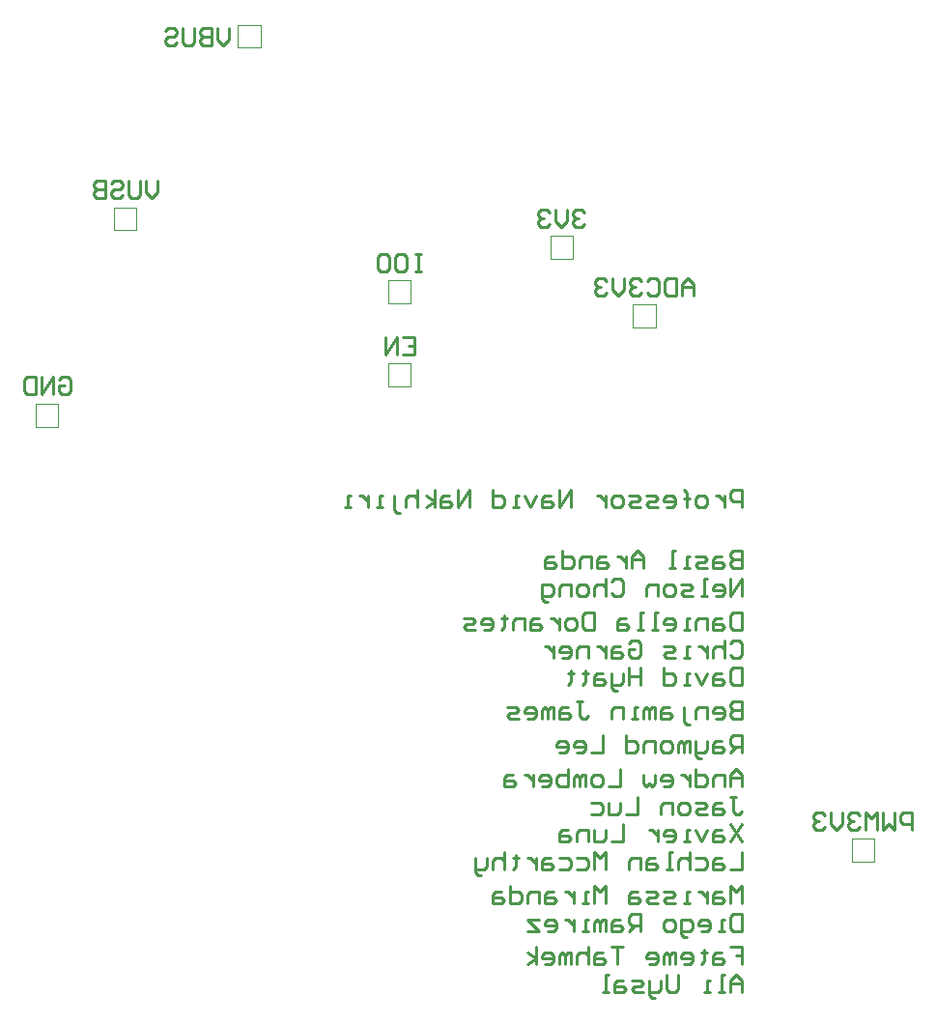
<source format=gbr>
%TF.GenerationSoftware,Altium Limited,Altium Designer,24.0.1 (36)*%
G04 Layer_Color=32896*
%FSLAX45Y45*%
%MOMM*%
%TF.SameCoordinates,35AB2F61-03EE-4C9E-862A-60B4A91D9B88*%
%TF.FilePolarity,Positive*%
%TF.FileFunction,Legend,Bot*%
%TF.Part,Single*%
G01*
G75*
%TA.AperFunction,NonConductor*%
%ADD52C,0.10000*%
%ADD55C,0.25400*%
D52*
X3712500Y6290000D02*
X3812500D01*
X3712500D02*
Y6490000D01*
X3912500D01*
Y6290000D02*
Y6490000D01*
X3812500Y6290000D02*
X3912500D01*
Y7017500D02*
Y7117500D01*
X3712500Y7017500D02*
X3912500D01*
X3712500D02*
Y7217500D01*
X3912500D01*
Y7117500D02*
Y7217500D01*
X1507500Y7757500D02*
Y7857500D01*
X1307500D02*
X1507500D01*
X1307500Y7657500D02*
Y7857500D01*
Y7657500D02*
X1507500D01*
Y7757500D01*
X2596820Y9357500D02*
Y9457500D01*
X2396820D02*
X2596820D01*
X2396820Y9257500D02*
Y9457500D01*
Y9257500D02*
X2596820D01*
Y9357500D01*
X7975000Y2225000D02*
Y2325000D01*
X7775000D02*
X7975000D01*
X7775000Y2125000D02*
Y2325000D01*
Y2125000D02*
X7975000D01*
Y2225000D01*
X821360Y6037580D02*
Y6137580D01*
X621360D02*
X821360D01*
X621360Y5937580D02*
Y6137580D01*
Y5937580D02*
X821360D01*
Y6037580D01*
X6057500Y6905000D02*
Y7005000D01*
X5857500D02*
X6057500D01*
X5857500Y6805000D02*
Y7005000D01*
Y6805000D02*
X6057500D01*
Y6905000D01*
X5332500Y7507500D02*
Y7607500D01*
X5132500D02*
X5332500D01*
X5132500Y7407500D02*
Y7607500D01*
Y7407500D02*
X5332500D01*
Y7507500D01*
D55*
X6812100Y5234749D02*
Y5387100D01*
X6735925D01*
X6710533Y5361708D01*
Y5310925D01*
X6735925Y5285533D01*
X6812100D01*
X6659749Y5336316D02*
Y5234749D01*
Y5285533D01*
X6634357Y5310925D01*
X6608966Y5336316D01*
X6583574D01*
X6482007Y5234749D02*
X6431223D01*
X6405831Y5260141D01*
Y5310925D01*
X6431223Y5336316D01*
X6482007D01*
X6507398Y5310925D01*
Y5260141D01*
X6482007Y5234749D01*
X6329656D02*
Y5361708D01*
Y5310925D01*
X6355048D01*
X6304264D01*
X6329656D01*
Y5361708D01*
X6304264Y5387100D01*
X6151914Y5234749D02*
X6202697D01*
X6228089Y5260141D01*
Y5310925D01*
X6202697Y5336316D01*
X6151914D01*
X6126522Y5310925D01*
Y5285533D01*
X6228089D01*
X6075738Y5234749D02*
X5999563D01*
X5974171Y5260141D01*
X5999563Y5285533D01*
X6050346D01*
X6075738Y5310925D01*
X6050346Y5336316D01*
X5974171D01*
X5923387Y5234749D02*
X5847212D01*
X5821820Y5260141D01*
X5847212Y5285533D01*
X5897996D01*
X5923387Y5310925D01*
X5897996Y5336316D01*
X5821820D01*
X5745645Y5234749D02*
X5694861D01*
X5669469Y5260141D01*
Y5310925D01*
X5694861Y5336316D01*
X5745645D01*
X5771037Y5310925D01*
Y5260141D01*
X5745645Y5234749D01*
X5618686Y5336316D02*
Y5234749D01*
Y5285533D01*
X5593294Y5310925D01*
X5567903Y5336316D01*
X5542511D01*
X5313985Y5234749D02*
Y5387100D01*
X5212417Y5234749D01*
Y5387100D01*
X5136242Y5336316D02*
X5085458D01*
X5060067Y5310925D01*
Y5234749D01*
X5136242D01*
X5161634Y5260141D01*
X5136242Y5285533D01*
X5060067D01*
X5009283Y5336316D02*
X4958500Y5234749D01*
X4907716Y5336316D01*
X4856932Y5234749D02*
X4806149D01*
X4831541D01*
Y5336316D01*
X4856932D01*
X4628406Y5387100D02*
Y5234749D01*
X4704582D01*
X4729974Y5260141D01*
Y5310925D01*
X4704582Y5336316D01*
X4628406D01*
X4425272Y5234749D02*
Y5387100D01*
X4323705Y5234749D01*
Y5387100D01*
X4247529Y5336316D02*
X4196746D01*
X4171354Y5310925D01*
Y5234749D01*
X4247529D01*
X4272921Y5260141D01*
X4247529Y5285533D01*
X4171354D01*
X4120571Y5234749D02*
Y5387100D01*
Y5285533D02*
X4044395Y5336316D01*
X4120571Y5285533D02*
X4044395Y5234749D01*
X3968220Y5387100D02*
Y5234749D01*
Y5310925D01*
X3942828Y5336316D01*
X3892045D01*
X3866653Y5310925D01*
Y5234749D01*
X3815869Y5183966D02*
X3790477D01*
X3765086Y5209357D01*
Y5336316D01*
X3663518Y5234749D02*
X3612735D01*
X3638127D01*
Y5336316D01*
X3663518D01*
X3536560D02*
Y5234749D01*
Y5285533D01*
X3511168Y5310925D01*
X3485776Y5336316D01*
X3460384D01*
X3384209Y5234749D02*
X3333425D01*
X3358817D01*
Y5336316D01*
X3384209D01*
X6812100Y4848755D02*
Y4696404D01*
X6735925D01*
X6710533Y4721796D01*
Y4747188D01*
X6735925Y4772579D01*
X6812100D01*
X6735925D01*
X6710533Y4797971D01*
Y4823363D01*
X6735925Y4848755D01*
X6812100D01*
X6634357Y4797971D02*
X6583574D01*
X6558182Y4772579D01*
Y4696404D01*
X6634357D01*
X6659749Y4721796D01*
X6634357Y4747188D01*
X6558182D01*
X6507398Y4696404D02*
X6431223D01*
X6405831Y4721796D01*
X6431223Y4747188D01*
X6482007D01*
X6507398Y4772579D01*
X6482007Y4797971D01*
X6405831D01*
X6355048Y4696404D02*
X6304264D01*
X6329656D01*
Y4797971D01*
X6355048D01*
X6228089Y4696404D02*
X6177305D01*
X6202697D01*
Y4848755D01*
X6228089D01*
X5948779Y4696404D02*
Y4797971D01*
X5897996Y4848755D01*
X5847212Y4797971D01*
Y4696404D01*
Y4772579D01*
X5948779D01*
X5796429Y4797971D02*
Y4696404D01*
Y4747188D01*
X5771037Y4772579D01*
X5745645Y4797971D01*
X5720253D01*
X5618686D02*
X5567903D01*
X5542511Y4772579D01*
Y4696404D01*
X5618686D01*
X5644078Y4721796D01*
X5618686Y4747188D01*
X5542511D01*
X5491727Y4696404D02*
Y4797971D01*
X5415552D01*
X5390160Y4772579D01*
Y4696404D01*
X5237809Y4848755D02*
Y4696404D01*
X5313985D01*
X5339376Y4721796D01*
Y4772579D01*
X5313985Y4797971D01*
X5237809D01*
X5161634D02*
X5110850D01*
X5085458Y4772579D01*
Y4696404D01*
X5161634D01*
X5187026Y4721796D01*
X5161634Y4747188D01*
X5085458D01*
X6812100Y4452623D02*
Y4604974D01*
X6710533Y4452623D01*
Y4604974D01*
X6583574Y4452623D02*
X6634357D01*
X6659749Y4478015D01*
Y4528799D01*
X6634357Y4554191D01*
X6583574D01*
X6558182Y4528799D01*
Y4503407D01*
X6659749D01*
X6507398Y4452623D02*
X6456615D01*
X6482007D01*
Y4604974D01*
X6507398D01*
X6380440Y4452623D02*
X6304264D01*
X6278872Y4478015D01*
X6304264Y4503407D01*
X6355048D01*
X6380440Y4528799D01*
X6355048Y4554191D01*
X6278872D01*
X6202697Y4452623D02*
X6151914D01*
X6126522Y4478015D01*
Y4528799D01*
X6151914Y4554191D01*
X6202697D01*
X6228089Y4528799D01*
Y4478015D01*
X6202697Y4452623D01*
X6075738D02*
Y4554191D01*
X5999563D01*
X5974171Y4528799D01*
Y4452623D01*
X5669469Y4579582D02*
X5694861Y4604974D01*
X5745645D01*
X5771037Y4579582D01*
Y4478015D01*
X5745645Y4452623D01*
X5694861D01*
X5669469Y4478015D01*
X5618686Y4604974D02*
Y4452623D01*
Y4528799D01*
X5593294Y4554191D01*
X5542511D01*
X5517119Y4528799D01*
Y4452623D01*
X5440943D02*
X5390160D01*
X5364768Y4478015D01*
Y4528799D01*
X5390160Y4554191D01*
X5440943D01*
X5466335Y4528799D01*
Y4478015D01*
X5440943Y4452623D01*
X5313985D02*
Y4554191D01*
X5237809D01*
X5212417Y4528799D01*
Y4452623D01*
X5110850Y4401840D02*
X5085458D01*
X5060067Y4427231D01*
Y4554191D01*
X5136242D01*
X5161634Y4528799D01*
Y4478015D01*
X5136242Y4452623D01*
X5060067D01*
X6812100Y4310410D02*
Y4158059D01*
X6735925D01*
X6710533Y4183451D01*
Y4285018D01*
X6735925Y4310410D01*
X6812100D01*
X6634357Y4259626D02*
X6583574D01*
X6558182Y4234234D01*
Y4158059D01*
X6634357D01*
X6659749Y4183451D01*
X6634357Y4208842D01*
X6558182D01*
X6507398Y4158059D02*
Y4259626D01*
X6431223D01*
X6405831Y4234234D01*
Y4158059D01*
X6355048D02*
X6304264D01*
X6329656D01*
Y4259626D01*
X6355048D01*
X6151914Y4158059D02*
X6202697D01*
X6228089Y4183451D01*
Y4234234D01*
X6202697Y4259626D01*
X6151914D01*
X6126522Y4234234D01*
Y4208842D01*
X6228089D01*
X6075738Y4158059D02*
X6024955D01*
X6050346D01*
Y4310410D01*
X6075738D01*
X5948779Y4158059D02*
X5897996D01*
X5923387D01*
Y4310410D01*
X5948779D01*
X5796429Y4259626D02*
X5745645D01*
X5720253Y4234234D01*
Y4158059D01*
X5796429D01*
X5821820Y4183451D01*
X5796429Y4208842D01*
X5720253D01*
X5517119Y4310410D02*
Y4158059D01*
X5440944D01*
X5415552Y4183451D01*
Y4285018D01*
X5440944Y4310410D01*
X5517119D01*
X5339376Y4158059D02*
X5288593D01*
X5263201Y4183451D01*
Y4234234D01*
X5288593Y4259626D01*
X5339376D01*
X5364768Y4234234D01*
Y4183451D01*
X5339376Y4158059D01*
X5212418Y4259626D02*
Y4158059D01*
Y4208842D01*
X5187026Y4234234D01*
X5161634Y4259626D01*
X5136242D01*
X5034675D02*
X4983891D01*
X4958500Y4234234D01*
Y4158059D01*
X5034675D01*
X5060067Y4183451D01*
X5034675Y4208842D01*
X4958500D01*
X4907716Y4158059D02*
Y4259626D01*
X4831541D01*
X4806149Y4234234D01*
Y4158059D01*
X4729974Y4285018D02*
Y4259626D01*
X4755365D01*
X4704582D01*
X4729974D01*
Y4183451D01*
X4704582Y4158059D01*
X4552231D02*
X4603015D01*
X4628407Y4183451D01*
Y4234234D01*
X4603015Y4259626D01*
X4552231D01*
X4526839Y4234234D01*
Y4208842D01*
X4628407D01*
X4476056Y4158059D02*
X4399880D01*
X4374489Y4183451D01*
X4399880Y4208842D01*
X4450664D01*
X4476056Y4234234D01*
X4450664Y4259626D01*
X4374489D01*
X6710533Y4041237D02*
X6735925Y4066629D01*
X6786708D01*
X6812100Y4041237D01*
Y3939670D01*
X6786708Y3914278D01*
X6735925D01*
X6710533Y3939670D01*
X6659749Y4066629D02*
Y3914278D01*
Y3990454D01*
X6634357Y4015845D01*
X6583574D01*
X6558182Y3990454D01*
Y3914278D01*
X6507398Y4015845D02*
Y3914278D01*
Y3965062D01*
X6482007Y3990454D01*
X6456615Y4015845D01*
X6431223D01*
X6355048Y3914278D02*
X6304264D01*
X6329656D01*
Y4015845D01*
X6355048D01*
X6228089Y3914278D02*
X6151914D01*
X6126522Y3939670D01*
X6151914Y3965062D01*
X6202697D01*
X6228089Y3990454D01*
X6202697Y4015845D01*
X6126522D01*
X5821820Y4041237D02*
X5847212Y4066629D01*
X5897996D01*
X5923387Y4041237D01*
Y3939670D01*
X5897996Y3914278D01*
X5847212D01*
X5821820Y3939670D01*
Y3990454D01*
X5872604D01*
X5745645Y4015845D02*
X5694861D01*
X5669469Y3990454D01*
Y3914278D01*
X5745645D01*
X5771037Y3939670D01*
X5745645Y3965062D01*
X5669469D01*
X5618686Y4015845D02*
Y3914278D01*
Y3965062D01*
X5593294Y3990454D01*
X5567903Y4015845D01*
X5542511D01*
X5466335Y3914278D02*
Y4015845D01*
X5390160D01*
X5364768Y3990454D01*
Y3914278D01*
X5237809D02*
X5288593D01*
X5313985Y3939670D01*
Y3990454D01*
X5288593Y4015845D01*
X5237809D01*
X5212417Y3990454D01*
Y3965062D01*
X5313985D01*
X5161634Y4015845D02*
Y3914278D01*
Y3965062D01*
X5136242Y3990454D01*
X5110850Y4015845D01*
X5085458D01*
X6812100Y3822848D02*
Y3670497D01*
X6735925D01*
X6710533Y3695889D01*
Y3797456D01*
X6735925Y3822848D01*
X6812100D01*
X6634357Y3772065D02*
X6583574D01*
X6558182Y3746673D01*
Y3670497D01*
X6634357D01*
X6659749Y3695889D01*
X6634357Y3721281D01*
X6558182D01*
X6507398Y3772065D02*
X6456615Y3670497D01*
X6405831Y3772065D01*
X6355048Y3670497D02*
X6304264D01*
X6329656D01*
Y3772065D01*
X6355048D01*
X6126522Y3822848D02*
Y3670497D01*
X6202697D01*
X6228089Y3695889D01*
Y3746673D01*
X6202697Y3772065D01*
X6126522D01*
X5923387Y3822848D02*
Y3670497D01*
Y3746673D01*
X5821820D01*
Y3822848D01*
Y3670497D01*
X5771037Y3772065D02*
Y3695889D01*
X5745645Y3670497D01*
X5669469D01*
Y3645105D01*
X5694861Y3619714D01*
X5720253D01*
X5669469Y3670497D02*
Y3772065D01*
X5593294D02*
X5542511D01*
X5517119Y3746673D01*
Y3670497D01*
X5593294D01*
X5618686Y3695889D01*
X5593294Y3721281D01*
X5517119D01*
X5440943Y3797456D02*
Y3772065D01*
X5466335D01*
X5415552D01*
X5440943D01*
Y3695889D01*
X5415552Y3670497D01*
X5313985Y3797456D02*
Y3772065D01*
X5339376D01*
X5288593D01*
X5313985D01*
Y3695889D01*
X5288593Y3670497D01*
X6812100Y3528284D02*
Y3375933D01*
X6735925D01*
X6710533Y3401325D01*
Y3426717D01*
X6735925Y3452108D01*
X6812100D01*
X6735925D01*
X6710533Y3477500D01*
Y3502892D01*
X6735925Y3528284D01*
X6812100D01*
X6583574Y3375933D02*
X6634357D01*
X6659749Y3401325D01*
Y3452108D01*
X6634357Y3477500D01*
X6583574D01*
X6558182Y3452108D01*
Y3426717D01*
X6659749D01*
X6507398Y3375933D02*
Y3477500D01*
X6431223D01*
X6405831Y3452108D01*
Y3375933D01*
X6355048Y3325150D02*
X6329656D01*
X6304264Y3350541D01*
Y3477500D01*
X6177305D02*
X6126522D01*
X6101130Y3452108D01*
Y3375933D01*
X6177305D01*
X6202697Y3401325D01*
X6177305Y3426717D01*
X6101130D01*
X6050346Y3375933D02*
Y3477500D01*
X6024954D01*
X5999563Y3452108D01*
Y3375933D01*
Y3452108D01*
X5974171Y3477500D01*
X5948779Y3452108D01*
Y3375933D01*
X5897996D02*
X5847212D01*
X5872604D01*
Y3477500D01*
X5897996D01*
X5771037Y3375933D02*
Y3477500D01*
X5694861D01*
X5669469Y3452108D01*
Y3375933D01*
X5364768Y3528284D02*
X5415552D01*
X5390160D01*
Y3401325D01*
X5415552Y3375933D01*
X5440943D01*
X5466335Y3401325D01*
X5288593Y3477500D02*
X5237809D01*
X5212417Y3452108D01*
Y3375933D01*
X5288593D01*
X5313985Y3401325D01*
X5288593Y3426717D01*
X5212417D01*
X5161634Y3375933D02*
Y3477500D01*
X5136242D01*
X5110850Y3452108D01*
Y3375933D01*
Y3452108D01*
X5085458Y3477500D01*
X5060067Y3452108D01*
Y3375933D01*
X4933108D02*
X4983891D01*
X5009283Y3401325D01*
Y3452108D01*
X4983891Y3477500D01*
X4933108D01*
X4907716Y3452108D01*
Y3426717D01*
X5009283D01*
X4856932Y3375933D02*
X4780757D01*
X4755365Y3401325D01*
X4780757Y3426717D01*
X4831541D01*
X4856932Y3452108D01*
X4831541Y3477500D01*
X4755365D01*
X6812100Y3081369D02*
Y3233719D01*
X6735925D01*
X6710533Y3208328D01*
Y3157544D01*
X6735925Y3132152D01*
X6812100D01*
X6761316D02*
X6710533Y3081369D01*
X6634357Y3182936D02*
X6583574D01*
X6558182Y3157544D01*
Y3081369D01*
X6634357D01*
X6659749Y3106761D01*
X6634357Y3132152D01*
X6558182D01*
X6507398Y3182936D02*
Y3106761D01*
X6482007Y3081369D01*
X6405831D01*
Y3055977D01*
X6431223Y3030585D01*
X6456615D01*
X6405831Y3081369D02*
Y3182936D01*
X6355048Y3081369D02*
Y3182936D01*
X6329656D01*
X6304264Y3157544D01*
Y3081369D01*
Y3157544D01*
X6278872Y3182936D01*
X6253481Y3157544D01*
Y3081369D01*
X6177305D02*
X6126522D01*
X6101130Y3106761D01*
Y3157544D01*
X6126522Y3182936D01*
X6177305D01*
X6202697Y3157544D01*
Y3106761D01*
X6177305Y3081369D01*
X6050346D02*
Y3182936D01*
X5974171D01*
X5948779Y3157544D01*
Y3081369D01*
X5796428Y3233719D02*
Y3081369D01*
X5872604D01*
X5897996Y3106761D01*
Y3157544D01*
X5872604Y3182936D01*
X5796428D01*
X5593294Y3233719D02*
Y3081369D01*
X5491727D01*
X5364768D02*
X5415552D01*
X5440943Y3106761D01*
Y3157544D01*
X5415552Y3182936D01*
X5364768D01*
X5339376Y3157544D01*
Y3132152D01*
X5440943D01*
X5212417Y3081369D02*
X5263201D01*
X5288593Y3106761D01*
Y3157544D01*
X5263201Y3182936D01*
X5212417D01*
X5187025Y3157544D01*
Y3132152D01*
X5288593D01*
X6812100Y2786804D02*
Y2888372D01*
X6761316Y2939155D01*
X6710533Y2888372D01*
Y2786804D01*
Y2862980D01*
X6812100D01*
X6659749Y2786804D02*
Y2888372D01*
X6583574D01*
X6558182Y2862980D01*
Y2786804D01*
X6405831Y2939155D02*
Y2786804D01*
X6482007D01*
X6507398Y2812196D01*
Y2862980D01*
X6482007Y2888372D01*
X6405831D01*
X6355048D02*
Y2786804D01*
Y2837588D01*
X6329656Y2862980D01*
X6304264Y2888372D01*
X6278872D01*
X6126522Y2786804D02*
X6177305D01*
X6202697Y2812196D01*
Y2862980D01*
X6177305Y2888372D01*
X6126522D01*
X6101130Y2862980D01*
Y2837588D01*
X6202697D01*
X6050346Y2888372D02*
Y2812196D01*
X6024954Y2786804D01*
X5999563Y2812196D01*
X5974171Y2786804D01*
X5948779Y2812196D01*
Y2888372D01*
X5745645Y2939155D02*
Y2786804D01*
X5644078D01*
X5567902D02*
X5517119D01*
X5491727Y2812196D01*
Y2862980D01*
X5517119Y2888372D01*
X5567902D01*
X5593294Y2862980D01*
Y2812196D01*
X5567902Y2786804D01*
X5440943D02*
Y2888372D01*
X5415552D01*
X5390160Y2862980D01*
Y2786804D01*
Y2862980D01*
X5364768Y2888372D01*
X5339376Y2862980D01*
Y2786804D01*
X5288593Y2939155D02*
Y2786804D01*
X5212417D01*
X5187025Y2812196D01*
Y2837588D01*
Y2862980D01*
X5212417Y2888372D01*
X5288593D01*
X5060067Y2786804D02*
X5110850D01*
X5136242Y2812196D01*
Y2862980D01*
X5110850Y2888372D01*
X5060067D01*
X5034675Y2862980D01*
Y2837588D01*
X5136242D01*
X4983891Y2888372D02*
Y2786804D01*
Y2837588D01*
X4958499Y2862980D01*
X4933108Y2888372D01*
X4907716D01*
X4806149D02*
X4755365D01*
X4729973Y2862980D01*
Y2786804D01*
X4806149D01*
X4831541Y2812196D01*
X4806149Y2837588D01*
X4729973D01*
X6710533Y2695374D02*
X6761316D01*
X6735925D01*
Y2568415D01*
X6761316Y2543024D01*
X6786708D01*
X6812100Y2568415D01*
X6634357Y2644591D02*
X6583574D01*
X6558182Y2619199D01*
Y2543024D01*
X6634357D01*
X6659749Y2568415D01*
X6634357Y2593807D01*
X6558182D01*
X6507398Y2543024D02*
X6431223D01*
X6405831Y2568415D01*
X6431223Y2593807D01*
X6482007D01*
X6507398Y2619199D01*
X6482007Y2644591D01*
X6405831D01*
X6329656Y2543024D02*
X6278872D01*
X6253481Y2568415D01*
Y2619199D01*
X6278872Y2644591D01*
X6329656D01*
X6355048Y2619199D01*
Y2568415D01*
X6329656Y2543024D01*
X6202697D02*
Y2644591D01*
X6126522D01*
X6101130Y2619199D01*
Y2543024D01*
X5897996Y2695374D02*
Y2543024D01*
X5796428D01*
X5745645Y2644591D02*
Y2568415D01*
X5720253Y2543024D01*
X5644078D01*
Y2644591D01*
X5491727D02*
X5567902D01*
X5593294Y2619199D01*
Y2568415D01*
X5567902Y2543024D01*
X5491727D01*
X6812100Y2451594D02*
X6710533Y2299243D01*
Y2451594D02*
X6812100Y2299243D01*
X6634357Y2400810D02*
X6583574D01*
X6558182Y2375418D01*
Y2299243D01*
X6634357D01*
X6659749Y2324635D01*
X6634357Y2350026D01*
X6558182D01*
X6507398Y2400810D02*
X6456615Y2299243D01*
X6405831Y2400810D01*
X6355048Y2299243D02*
X6304264D01*
X6329656D01*
Y2400810D01*
X6355048D01*
X6151914Y2299243D02*
X6202697D01*
X6228089Y2324635D01*
Y2375418D01*
X6202697Y2400810D01*
X6151914D01*
X6126522Y2375418D01*
Y2350026D01*
X6228089D01*
X6075738Y2400810D02*
Y2299243D01*
Y2350026D01*
X6050346Y2375418D01*
X6024955Y2400810D01*
X5999563D01*
X5771037Y2451594D02*
Y2299243D01*
X5669469D01*
X5618686Y2400810D02*
Y2324635D01*
X5593294Y2299243D01*
X5517119D01*
Y2400810D01*
X5466335Y2299243D02*
Y2400810D01*
X5390160D01*
X5364768Y2375418D01*
Y2299243D01*
X5288593Y2400810D02*
X5237809D01*
X5212417Y2375418D01*
Y2299243D01*
X5288593D01*
X5313985Y2324635D01*
X5288593Y2350026D01*
X5212417D01*
X6812100Y2207813D02*
Y2055462D01*
X6710533D01*
X6634357Y2157029D02*
X6583574D01*
X6558182Y2131637D01*
Y2055462D01*
X6634357D01*
X6659749Y2080854D01*
X6634357Y2106245D01*
X6558182D01*
X6405831Y2157029D02*
X6482007D01*
X6507398Y2131637D01*
Y2080854D01*
X6482007Y2055462D01*
X6405831D01*
X6355048Y2207813D02*
Y2055462D01*
Y2131637D01*
X6329656Y2157029D01*
X6278872D01*
X6253481Y2131637D01*
Y2055462D01*
X6202697D02*
X6151914D01*
X6177305D01*
Y2207813D01*
X6202697D01*
X6050346Y2157029D02*
X5999563D01*
X5974171Y2131637D01*
Y2055462D01*
X6050346D01*
X6075738Y2080854D01*
X6050346Y2106245D01*
X5974171D01*
X5923387Y2055462D02*
Y2157029D01*
X5847212D01*
X5821820Y2131637D01*
Y2055462D01*
X5618686D02*
Y2207813D01*
X5567903Y2157029D01*
X5517119Y2207813D01*
Y2055462D01*
X5364768Y2157029D02*
X5440943D01*
X5466335Y2131637D01*
Y2080854D01*
X5440943Y2055462D01*
X5364768D01*
X5212417Y2157029D02*
X5288593D01*
X5313985Y2131637D01*
Y2080854D01*
X5288593Y2055462D01*
X5212417D01*
X5136242Y2157029D02*
X5085458D01*
X5060067Y2131637D01*
Y2055462D01*
X5136242D01*
X5161634Y2080854D01*
X5136242Y2106245D01*
X5060067D01*
X5009283Y2157029D02*
Y2055462D01*
Y2106245D01*
X4983891Y2131637D01*
X4958500Y2157029D01*
X4933108D01*
X4831541Y2182421D02*
Y2157029D01*
X4856932D01*
X4806149D01*
X4831541D01*
Y2080854D01*
X4806149Y2055462D01*
X4729974Y2207813D02*
Y2055462D01*
Y2131637D01*
X4704582Y2157029D01*
X4653798D01*
X4628406Y2131637D01*
Y2055462D01*
X4577623Y2157029D02*
Y2080854D01*
X4552231Y2055462D01*
X4476056D01*
Y2030070D01*
X4501447Y2004678D01*
X4526839D01*
X4476056Y2055462D02*
Y2157029D01*
X6812100Y1760898D02*
Y1913248D01*
X6761316Y1862465D01*
X6710533Y1913248D01*
Y1760898D01*
X6634357Y1862465D02*
X6583574D01*
X6558182Y1837073D01*
Y1760898D01*
X6634357D01*
X6659749Y1786290D01*
X6634357Y1811681D01*
X6558182D01*
X6507398Y1862465D02*
Y1760898D01*
Y1811681D01*
X6482007Y1837073D01*
X6456615Y1862465D01*
X6431223D01*
X6355048Y1760898D02*
X6304264D01*
X6329656D01*
Y1862465D01*
X6355048D01*
X6228089Y1760898D02*
X6151914D01*
X6126522Y1786290D01*
X6151914Y1811681D01*
X6202697D01*
X6228089Y1837073D01*
X6202697Y1862465D01*
X6126522D01*
X6075738Y1760898D02*
X5999563D01*
X5974171Y1786290D01*
X5999563Y1811681D01*
X6050346D01*
X6075738Y1837073D01*
X6050346Y1862465D01*
X5974171D01*
X5897996D02*
X5847212D01*
X5821820Y1837073D01*
Y1760898D01*
X5897996D01*
X5923387Y1786290D01*
X5897996Y1811681D01*
X5821820D01*
X5618686Y1760898D02*
Y1913248D01*
X5567903Y1862465D01*
X5517119Y1913248D01*
Y1760898D01*
X5466335D02*
X5415552D01*
X5440943D01*
Y1862465D01*
X5466335D01*
X5339376D02*
Y1760898D01*
Y1811681D01*
X5313985Y1837073D01*
X5288593Y1862465D01*
X5263201D01*
X5161634D02*
X5110850D01*
X5085458Y1837073D01*
Y1760898D01*
X5161634D01*
X5187026Y1786290D01*
X5161634Y1811681D01*
X5085458D01*
X5034675Y1760898D02*
Y1862465D01*
X4958500D01*
X4933108Y1837073D01*
Y1760898D01*
X4780757Y1913248D02*
Y1760898D01*
X4856932D01*
X4882324Y1786290D01*
Y1837073D01*
X4856932Y1862465D01*
X4780757D01*
X4704582D02*
X4653798D01*
X4628406Y1837073D01*
Y1760898D01*
X4704582D01*
X4729974Y1786290D01*
X4704582Y1811681D01*
X4628406D01*
X6812100Y1669468D02*
Y1517117D01*
X6735925D01*
X6710533Y1542509D01*
Y1644076D01*
X6735925Y1669468D01*
X6812100D01*
X6659749Y1517117D02*
X6608966D01*
X6634357D01*
Y1618684D01*
X6659749D01*
X6456615Y1517117D02*
X6507398D01*
X6532790Y1542509D01*
Y1593292D01*
X6507398Y1618684D01*
X6456615D01*
X6431223Y1593292D01*
Y1567900D01*
X6532790D01*
X6329656Y1466333D02*
X6304264D01*
X6278872Y1491725D01*
Y1618684D01*
X6355048D01*
X6380440Y1593292D01*
Y1542509D01*
X6355048Y1517117D01*
X6278872D01*
X6202697D02*
X6151914D01*
X6126522Y1542509D01*
Y1593292D01*
X6151914Y1618684D01*
X6202697D01*
X6228089Y1593292D01*
Y1542509D01*
X6202697Y1517117D01*
X5923387D02*
Y1669468D01*
X5847212D01*
X5821820Y1644076D01*
Y1593292D01*
X5847212Y1567900D01*
X5923387D01*
X5872604D02*
X5821820Y1517117D01*
X5745645Y1618684D02*
X5694861D01*
X5669469Y1593292D01*
Y1517117D01*
X5745645D01*
X5771037Y1542509D01*
X5745645Y1567900D01*
X5669469D01*
X5618686Y1517117D02*
Y1618684D01*
X5593294D01*
X5567903Y1593292D01*
Y1517117D01*
Y1593292D01*
X5542511Y1618684D01*
X5517119Y1593292D01*
Y1517117D01*
X5466335D02*
X5415552D01*
X5440943D01*
Y1618684D01*
X5466335D01*
X5339376D02*
Y1517117D01*
Y1567900D01*
X5313985Y1593292D01*
X5288593Y1618684D01*
X5263201D01*
X5110850Y1517117D02*
X5161634D01*
X5187026Y1542509D01*
Y1593292D01*
X5161634Y1618684D01*
X5110850D01*
X5085458Y1593292D01*
Y1567900D01*
X5187026D01*
X5034675Y1618684D02*
X4933108D01*
X5034675Y1517117D01*
X4933108D01*
X6710533Y1374903D02*
X6812100D01*
Y1298728D01*
X6761316D01*
X6812100D01*
Y1222553D01*
X6634357Y1324120D02*
X6583574D01*
X6558182Y1298728D01*
Y1222553D01*
X6634357D01*
X6659749Y1247944D01*
X6634357Y1273336D01*
X6558182D01*
X6482007Y1349511D02*
Y1324120D01*
X6507398D01*
X6456615D01*
X6482007D01*
Y1247944D01*
X6456615Y1222553D01*
X6304264D02*
X6355048D01*
X6380440Y1247944D01*
Y1298728D01*
X6355048Y1324120D01*
X6304264D01*
X6278872Y1298728D01*
Y1273336D01*
X6380440D01*
X6228089Y1222553D02*
Y1324120D01*
X6202697D01*
X6177305Y1298728D01*
Y1222553D01*
Y1298728D01*
X6151914Y1324120D01*
X6126522Y1298728D01*
Y1222553D01*
X5999563D02*
X6050346D01*
X6075738Y1247944D01*
Y1298728D01*
X6050346Y1324120D01*
X5999563D01*
X5974171Y1298728D01*
Y1273336D01*
X6075738D01*
X5771037Y1374903D02*
X5669469D01*
X5720253D01*
Y1222553D01*
X5593294Y1324120D02*
X5542511D01*
X5517119Y1298728D01*
Y1222553D01*
X5593294D01*
X5618686Y1247944D01*
X5593294Y1273336D01*
X5517119D01*
X5466335Y1374903D02*
Y1222553D01*
Y1298728D01*
X5440943Y1324120D01*
X5390160D01*
X5364768Y1298728D01*
Y1222553D01*
X5313985D02*
Y1324120D01*
X5288593D01*
X5263201Y1298728D01*
Y1222553D01*
Y1298728D01*
X5237809Y1324120D01*
X5212417Y1298728D01*
Y1222553D01*
X5085458D02*
X5136242D01*
X5161634Y1247944D01*
Y1298728D01*
X5136242Y1324120D01*
X5085458D01*
X5060067Y1298728D01*
Y1273336D01*
X5161634D01*
X5009283Y1222553D02*
Y1374903D01*
Y1273336D02*
X4933108Y1324120D01*
X5009283Y1273336D02*
X4933108Y1222553D01*
X6812100Y978772D02*
Y1080339D01*
X6761316Y1131122D01*
X6710533Y1080339D01*
Y978772D01*
Y1054947D01*
X6812100D01*
X6659749Y978772D02*
X6608966D01*
X6634357D01*
Y1131122D01*
X6659749D01*
X6532790Y978772D02*
X6482007D01*
X6507398D01*
Y1080339D01*
X6532790D01*
X6253481Y1131122D02*
Y1004164D01*
X6228089Y978772D01*
X6177305D01*
X6151914Y1004164D01*
Y1131122D01*
X6101130Y1080339D02*
Y1004164D01*
X6075738Y978772D01*
X5999563D01*
Y953380D01*
X6024955Y927988D01*
X6050347D01*
X5999563Y978772D02*
Y1080339D01*
X5948779Y978772D02*
X5872604D01*
X5847212Y1004164D01*
X5872604Y1029555D01*
X5923387D01*
X5948779Y1054947D01*
X5923387Y1080339D01*
X5847212D01*
X5771037D02*
X5720253D01*
X5694861Y1054947D01*
Y978772D01*
X5771037D01*
X5796429Y1004164D01*
X5771037Y1029555D01*
X5694861D01*
X5644078Y978772D02*
X5593294D01*
X5618686D01*
Y1131122D01*
X5644078D01*
X1686560Y8089851D02*
Y7988283D01*
X1635777Y7937500D01*
X1584993Y7988283D01*
Y8089851D01*
X1534209D02*
Y7962892D01*
X1508817Y7937500D01*
X1458034D01*
X1432642Y7962892D01*
Y8089851D01*
X1280291Y8064459D02*
X1305683Y8089851D01*
X1356467D01*
X1381859Y8064459D01*
Y8039067D01*
X1356467Y8013675D01*
X1305683D01*
X1280291Y7988283D01*
Y7962892D01*
X1305683Y7937500D01*
X1356467D01*
X1381859Y7962892D01*
X1229508Y8089851D02*
Y7937500D01*
X1153332D01*
X1127941Y7962892D01*
Y7988283D01*
X1153332Y8013675D01*
X1229508D01*
X1153332D01*
X1127941Y8039067D01*
Y8064459D01*
X1153332Y8089851D01*
X1229508D01*
X2316480Y9433511D02*
Y9331943D01*
X2265697Y9281160D01*
X2214913Y9331943D01*
Y9433511D01*
X2164129D02*
Y9281160D01*
X2087954D01*
X2062562Y9306552D01*
Y9331943D01*
X2087954Y9357335D01*
X2164129D01*
X2087954D01*
X2062562Y9382727D01*
Y9408119D01*
X2087954Y9433511D01*
X2164129D01*
X2011779D02*
Y9306552D01*
X1986387Y9281160D01*
X1935603D01*
X1910211Y9306552D01*
Y9433511D01*
X1757861Y9408119D02*
X1783252Y9433511D01*
X1834036D01*
X1859428Y9408119D01*
Y9382727D01*
X1834036Y9357335D01*
X1783252D01*
X1757861Y9331943D01*
Y9306552D01*
X1783252Y9281160D01*
X1834036D01*
X1859428Y9306552D01*
X8305800Y2405380D02*
Y2557731D01*
X8229625D01*
X8204233Y2532339D01*
Y2481555D01*
X8229625Y2456163D01*
X8305800D01*
X8153449Y2557731D02*
Y2405380D01*
X8102666Y2456163D01*
X8051882Y2405380D01*
Y2557731D01*
X8001099Y2405380D02*
Y2557731D01*
X7950315Y2506947D01*
X7899531Y2557731D01*
Y2405380D01*
X7848748Y2532339D02*
X7823356Y2557731D01*
X7772572D01*
X7747181Y2532339D01*
Y2506947D01*
X7772572Y2481555D01*
X7797964D01*
X7772572D01*
X7747181Y2456163D01*
Y2430772D01*
X7772572Y2405380D01*
X7823356D01*
X7848748Y2430772D01*
X7696397Y2557731D02*
Y2456163D01*
X7645614Y2405380D01*
X7594830Y2456163D01*
Y2557731D01*
X7544046Y2532339D02*
X7518655Y2557731D01*
X7467871D01*
X7442479Y2532339D01*
Y2506947D01*
X7467871Y2481555D01*
X7493263D01*
X7467871D01*
X7442479Y2456163D01*
Y2430772D01*
X7467871Y2405380D01*
X7518655D01*
X7544046Y2430772D01*
X4003040Y7452311D02*
X3952257D01*
X3977648D01*
Y7299960D01*
X4003040D01*
X3952257D01*
X3799906Y7452311D02*
X3850689D01*
X3876081Y7426919D01*
Y7325352D01*
X3850689Y7299960D01*
X3799906D01*
X3774514Y7325352D01*
Y7426919D01*
X3799906Y7452311D01*
X3723730Y7426919D02*
X3698339Y7452311D01*
X3647555D01*
X3622163Y7426919D01*
Y7325352D01*
X3647555Y7299960D01*
X3698339D01*
X3723730Y7325352D01*
Y7426919D01*
X822993Y6344879D02*
X848385Y6370271D01*
X899168D01*
X924560Y6344879D01*
Y6243312D01*
X899168Y6217920D01*
X848385D01*
X822993Y6243312D01*
Y6294095D01*
X873777D01*
X772209Y6217920D02*
Y6370271D01*
X670642Y6217920D01*
Y6370271D01*
X619859D02*
Y6217920D01*
X543683D01*
X518291Y6243312D01*
Y6344879D01*
X543683Y6370271D01*
X619859D01*
X3837973Y6723331D02*
X3939540D01*
Y6570980D01*
X3837973D01*
X3939540Y6647155D02*
X3888757D01*
X3787189Y6570980D02*
Y6723331D01*
X3685622Y6570980D01*
Y6723331D01*
X6388100Y7086600D02*
Y7188167D01*
X6337317Y7238951D01*
X6286533Y7188167D01*
Y7086600D01*
Y7162775D01*
X6388100D01*
X6235749Y7238951D02*
Y7086600D01*
X6159574D01*
X6134182Y7111992D01*
Y7213559D01*
X6159574Y7238951D01*
X6235749D01*
X5981831Y7213559D02*
X6007223Y7238951D01*
X6058007D01*
X6083399Y7213559D01*
Y7111992D01*
X6058007Y7086600D01*
X6007223D01*
X5981831Y7111992D01*
X5931048Y7213559D02*
X5905656Y7238951D01*
X5854872D01*
X5829481Y7213559D01*
Y7188167D01*
X5854872Y7162775D01*
X5880264D01*
X5854872D01*
X5829481Y7137383D01*
Y7111992D01*
X5854872Y7086600D01*
X5905656D01*
X5931048Y7111992D01*
X5778697Y7238951D02*
Y7137383D01*
X5727914Y7086600D01*
X5677130Y7137383D01*
Y7238951D01*
X5626346Y7213559D02*
X5600955Y7238951D01*
X5550171D01*
X5524779Y7213559D01*
Y7188167D01*
X5550171Y7162775D01*
X5575563D01*
X5550171D01*
X5524779Y7137383D01*
Y7111992D01*
X5550171Y7086600D01*
X5600955D01*
X5626346Y7111992D01*
X5435600Y7815539D02*
X5410208Y7840931D01*
X5359425D01*
X5334033Y7815539D01*
Y7790147D01*
X5359425Y7764755D01*
X5384817D01*
X5359425D01*
X5334033Y7739363D01*
Y7713972D01*
X5359425Y7688580D01*
X5410208D01*
X5435600Y7713972D01*
X5283249Y7840931D02*
Y7739363D01*
X5232466Y7688580D01*
X5181682Y7739363D01*
Y7840931D01*
X5130899Y7815539D02*
X5105507Y7840931D01*
X5054723D01*
X5029331Y7815539D01*
Y7790147D01*
X5054723Y7764755D01*
X5080115D01*
X5054723D01*
X5029331Y7739363D01*
Y7713972D01*
X5054723Y7688580D01*
X5105507D01*
X5130899Y7713972D01*
%TF.MD5,81ceeefcb01e663a374ea544aca3c52b*%
M02*

</source>
